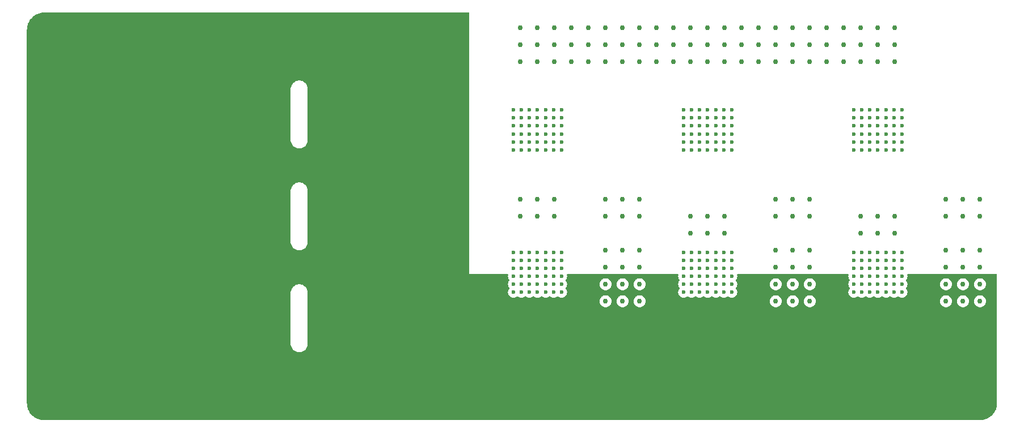
<source format=gbr>
%TF.GenerationSoftware,KiCad,Pcbnew,(7.0.0-0)*%
%TF.CreationDate,2023-06-28T09:11:26-07:00*%
%TF.ProjectId,Power Stage,506f7765-7220-4537-9461-67652e6b6963,rev?*%
%TF.SameCoordinates,Original*%
%TF.FileFunction,Copper,L2,Inr*%
%TF.FilePolarity,Positive*%
%FSLAX46Y46*%
G04 Gerber Fmt 4.6, Leading zero omitted, Abs format (unit mm)*
G04 Created by KiCad (PCBNEW (7.0.0-0)) date 2023-06-28 09:11:26*
%MOMM*%
%LPD*%
G01*
G04 APERTURE LIST*
%TA.AperFunction,ComponentPad*%
%ADD10C,0.600000*%
%TD*%
%TA.AperFunction,ViaPad*%
%ADD11C,0.762000*%
%TD*%
G04 APERTURE END LIST*
D10*
%TO.N,Net-(Q5-S)*%
%TO.C,Q6*%
X229800000Y-106960000D03*
X225000000Y-108160000D03*
X226200000Y-108160000D03*
X229800000Y-109360000D03*
X228600000Y-111760000D03*
X226200000Y-111760000D03*
X231000000Y-108160000D03*
X225000000Y-110560000D03*
X227400000Y-110560000D03*
X228600000Y-106960000D03*
X226200000Y-109360000D03*
X232200000Y-108160000D03*
X231000000Y-112960000D03*
X226200000Y-106960000D03*
X229800000Y-112960000D03*
X226200000Y-112960000D03*
X231000000Y-110560000D03*
X229800000Y-110560000D03*
X231000000Y-106960000D03*
X231000000Y-109360000D03*
X232200000Y-110560000D03*
X229800000Y-108160000D03*
X228600000Y-112960000D03*
X227400000Y-106960000D03*
X225000000Y-112960000D03*
X229800000Y-111760000D03*
X225000000Y-109360000D03*
X231000000Y-111760000D03*
X232200000Y-106960000D03*
X226200000Y-110560000D03*
X227400000Y-109360000D03*
X225000000Y-106960000D03*
X227400000Y-112960000D03*
X228600000Y-108160000D03*
X227400000Y-108160000D03*
X232200000Y-111760000D03*
X227400000Y-111760000D03*
X228600000Y-110560000D03*
X232200000Y-112960000D03*
X228600000Y-109360000D03*
X225000000Y-111760000D03*
X232200000Y-109360000D03*
%TD*%
%TO.N,VS*%
%TO.C,Q5*%
X229800000Y-85668000D03*
X225000000Y-86868000D03*
X226200000Y-86868000D03*
X229800000Y-88068000D03*
X228600000Y-90468000D03*
X226200000Y-90468000D03*
X231000000Y-86868000D03*
X225000000Y-89268000D03*
X227400000Y-89268000D03*
X228600000Y-85668000D03*
X226200000Y-88068000D03*
X232200000Y-86868000D03*
X231000000Y-91668000D03*
X226200000Y-85668000D03*
X229800000Y-91668000D03*
X226200000Y-91668000D03*
X231000000Y-89268000D03*
X229800000Y-89268000D03*
X231000000Y-85668000D03*
X231000000Y-88068000D03*
X232200000Y-89268000D03*
X229800000Y-86868000D03*
X228600000Y-91668000D03*
X227400000Y-85668000D03*
X225000000Y-91668000D03*
X229800000Y-90468000D03*
X225000000Y-88068000D03*
X231000000Y-90468000D03*
X232200000Y-85668000D03*
X226200000Y-89268000D03*
X227400000Y-88068000D03*
X225000000Y-85668000D03*
X227400000Y-91668000D03*
X228600000Y-86868000D03*
X227400000Y-86868000D03*
X232200000Y-90468000D03*
X227400000Y-90468000D03*
X228600000Y-89268000D03*
X232200000Y-91668000D03*
X228600000Y-88068000D03*
X225000000Y-90468000D03*
X232200000Y-88068000D03*
%TD*%
%TO.N,Net-(Q3-S)*%
%TO.C,Q4*%
X204400000Y-106960000D03*
X199600000Y-108160000D03*
X200800000Y-108160000D03*
X204400000Y-109360000D03*
X203200000Y-111760000D03*
X200800000Y-111760000D03*
X205600000Y-108160000D03*
X199600000Y-110560000D03*
X202000000Y-110560000D03*
X203200000Y-106960000D03*
X200800000Y-109360000D03*
X206800000Y-108160000D03*
X205600000Y-112960000D03*
X200800000Y-106960000D03*
X204400000Y-112960000D03*
X200800000Y-112960000D03*
X205600000Y-110560000D03*
X204400000Y-110560000D03*
X205600000Y-106960000D03*
X205600000Y-109360000D03*
X206800000Y-110560000D03*
X204400000Y-108160000D03*
X203200000Y-112960000D03*
X202000000Y-106960000D03*
X199600000Y-112960000D03*
X204400000Y-111760000D03*
X199600000Y-109360000D03*
X205600000Y-111760000D03*
X206800000Y-106960000D03*
X200800000Y-110560000D03*
X202000000Y-109360000D03*
X199600000Y-106960000D03*
X202000000Y-112960000D03*
X203200000Y-108160000D03*
X202000000Y-108160000D03*
X206800000Y-111760000D03*
X202000000Y-111760000D03*
X203200000Y-110560000D03*
X206800000Y-112960000D03*
X203200000Y-109360000D03*
X199600000Y-111760000D03*
X206800000Y-109360000D03*
%TD*%
%TO.N,VS*%
%TO.C,Q3*%
X204400000Y-85668000D03*
X199600000Y-86868000D03*
X200800000Y-86868000D03*
X204400000Y-88068000D03*
X203200000Y-90468000D03*
X200800000Y-90468000D03*
X205600000Y-86868000D03*
X199600000Y-89268000D03*
X202000000Y-89268000D03*
X203200000Y-85668000D03*
X200800000Y-88068000D03*
X206800000Y-86868000D03*
X205600000Y-91668000D03*
X200800000Y-85668000D03*
X204400000Y-91668000D03*
X200800000Y-91668000D03*
X205600000Y-89268000D03*
X204400000Y-89268000D03*
X205600000Y-85668000D03*
X205600000Y-88068000D03*
X206800000Y-89268000D03*
X204400000Y-86868000D03*
X203200000Y-91668000D03*
X202000000Y-85668000D03*
X199600000Y-91668000D03*
X204400000Y-90468000D03*
X199600000Y-88068000D03*
X205600000Y-90468000D03*
X206800000Y-85668000D03*
X200800000Y-89268000D03*
X202000000Y-88068000D03*
X199600000Y-85668000D03*
X202000000Y-91668000D03*
X203200000Y-86868000D03*
X202000000Y-86868000D03*
X206800000Y-90468000D03*
X202000000Y-90468000D03*
X203200000Y-89268000D03*
X206800000Y-91668000D03*
X203200000Y-88068000D03*
X199600000Y-90468000D03*
X206800000Y-88068000D03*
%TD*%
%TO.N,Net-(Q1-S)*%
%TO.C,Q2*%
X179000000Y-106960000D03*
X174200000Y-108160000D03*
X175400000Y-108160000D03*
X179000000Y-109360000D03*
X177800000Y-111760000D03*
X175400000Y-111760000D03*
X180200000Y-108160000D03*
X174200000Y-110560000D03*
X176600000Y-110560000D03*
X177800000Y-106960000D03*
X175400000Y-109360000D03*
X181400000Y-108160000D03*
X180200000Y-112960000D03*
X175400000Y-106960000D03*
X179000000Y-112960000D03*
X175400000Y-112960000D03*
X180200000Y-110560000D03*
X179000000Y-110560000D03*
X180200000Y-106960000D03*
X180200000Y-109360000D03*
X181400000Y-110560000D03*
X179000000Y-108160000D03*
X177800000Y-112960000D03*
X176600000Y-106960000D03*
X174200000Y-112960000D03*
X179000000Y-111760000D03*
X174200000Y-109360000D03*
X180200000Y-111760000D03*
X181400000Y-106960000D03*
X175400000Y-110560000D03*
X176600000Y-109360000D03*
X174200000Y-106960000D03*
X176600000Y-112960000D03*
X177800000Y-108160000D03*
X176600000Y-108160000D03*
X181400000Y-111760000D03*
X176600000Y-111760000D03*
X177800000Y-110560000D03*
X181400000Y-112960000D03*
X177800000Y-109360000D03*
X174200000Y-111760000D03*
X181400000Y-109360000D03*
%TD*%
%TO.N,VS*%
%TO.C,Q1*%
X179000000Y-85668000D03*
X174200000Y-86868000D03*
X175400000Y-86868000D03*
X179000000Y-88068000D03*
X177800000Y-90468000D03*
X175400000Y-90468000D03*
X180200000Y-86868000D03*
X174200000Y-89268000D03*
X176600000Y-89268000D03*
X177800000Y-85668000D03*
X175400000Y-88068000D03*
X181400000Y-86868000D03*
X180200000Y-91668000D03*
X175400000Y-85668000D03*
X179000000Y-91668000D03*
X175400000Y-91668000D03*
X180200000Y-89268000D03*
X179000000Y-89268000D03*
X180200000Y-85668000D03*
X180200000Y-88068000D03*
X181400000Y-89268000D03*
X179000000Y-86868000D03*
X177800000Y-91668000D03*
X176600000Y-85668000D03*
X174200000Y-91668000D03*
X179000000Y-90468000D03*
X174200000Y-88068000D03*
X180200000Y-90468000D03*
X181400000Y-85668000D03*
X175400000Y-89268000D03*
X176600000Y-88068000D03*
X174200000Y-85668000D03*
X176600000Y-91668000D03*
X177800000Y-86868000D03*
X176600000Y-86868000D03*
X181400000Y-90468000D03*
X176600000Y-90468000D03*
X177800000Y-89268000D03*
X181400000Y-91668000D03*
X177800000Y-88068000D03*
X174200000Y-90468000D03*
X181400000Y-88068000D03*
%TD*%
D11*
%TO.N,Net-(Q1-S)*%
X177800000Y-99060000D03*
X180340000Y-101600000D03*
X177800000Y-101600000D03*
X175260000Y-99060000D03*
X180340000Y-99060000D03*
X175260000Y-101600000D03*
%TO.N,Net-(Q3-S)*%
X203200000Y-104140000D03*
X205740000Y-104140000D03*
X205740000Y-101600000D03*
X200660000Y-104140000D03*
X200660000Y-101600000D03*
X203200000Y-101600000D03*
%TO.N,Net-(Q5-S)*%
X226060000Y-101600000D03*
X226060000Y-104140000D03*
X231140000Y-101600000D03*
X231140000Y-104140000D03*
X228600000Y-104140000D03*
X228600000Y-101600000D03*
%TO.N,/W_OUT*%
X238760000Y-99060000D03*
X238760000Y-101600000D03*
%TO.N,/V_OUT*%
X213360000Y-99060000D03*
X213360000Y-101600000D03*
%TO.N,/U_OUT*%
X187960000Y-99060000D03*
X187960000Y-101600000D03*
%TO.N,VS*%
X187960000Y-78486000D03*
X175260000Y-73406000D03*
X228600000Y-75946000D03*
X185420000Y-78486000D03*
X180340000Y-75946000D03*
X187960000Y-73406000D03*
X185420000Y-73406000D03*
X228600000Y-73406000D03*
X231140000Y-73406000D03*
X231140000Y-78486000D03*
X231140000Y-75946000D03*
X228600000Y-78486000D03*
X193040000Y-75946000D03*
X198120000Y-75946000D03*
X190500000Y-75946000D03*
X180340000Y-78486000D03*
X195580000Y-78486000D03*
X193040000Y-73406000D03*
X193040000Y-78486000D03*
X177800000Y-73406000D03*
X177800000Y-78486000D03*
X177800000Y-75946000D03*
X198120000Y-78486000D03*
X180340000Y-73406000D03*
X195580000Y-73406000D03*
X190500000Y-78486000D03*
X223520000Y-73406000D03*
X190500000Y-73406000D03*
X175260000Y-78486000D03*
X220980000Y-78486000D03*
X220980000Y-73406000D03*
X223520000Y-78486000D03*
X220980000Y-75946000D03*
X218440000Y-75946000D03*
X208280000Y-73406000D03*
X205740000Y-73406000D03*
X210820000Y-75946000D03*
X218440000Y-78486000D03*
X215900000Y-73406000D03*
X210820000Y-73406000D03*
X210820000Y-78486000D03*
X208280000Y-75946000D03*
X208280000Y-78486000D03*
X205740000Y-75946000D03*
X213360000Y-73406000D03*
X205740000Y-78486000D03*
X215900000Y-75946000D03*
X215900000Y-78486000D03*
X218440000Y-73406000D03*
X213360000Y-78486000D03*
X213360000Y-75946000D03*
X226060000Y-75946000D03*
X175260000Y-75946000D03*
X187960000Y-75946000D03*
X182880000Y-75946000D03*
X226060000Y-78486000D03*
X223520000Y-75946000D03*
X198120000Y-73406000D03*
X203200000Y-75946000D03*
X203200000Y-78486000D03*
X200660000Y-73406000D03*
X200660000Y-78486000D03*
X200660000Y-75946000D03*
X203200000Y-73406000D03*
X185420000Y-75946000D03*
X182880000Y-78486000D03*
X182880000Y-73406000D03*
X195580000Y-75946000D03*
X226060000Y-73406000D03*
%TO.N,GND*%
X228600000Y-124460000D03*
X231140000Y-124460000D03*
X231140000Y-129540000D03*
X231140000Y-127000000D03*
X228600000Y-129540000D03*
X228600000Y-127000000D03*
X220980000Y-124460000D03*
X226060000Y-127000000D03*
X226060000Y-129540000D03*
X223520000Y-124460000D03*
X223520000Y-129540000D03*
X223520000Y-127000000D03*
X226060000Y-124460000D03*
X220980000Y-129540000D03*
X220980000Y-127000000D03*
X213360000Y-124460000D03*
X218440000Y-127000000D03*
X218440000Y-129540000D03*
X215900000Y-124460000D03*
X215900000Y-129540000D03*
X215900000Y-127000000D03*
X218440000Y-124460000D03*
X213360000Y-129540000D03*
X213360000Y-127000000D03*
X205740000Y-124460000D03*
X210820000Y-127000000D03*
X210820000Y-129540000D03*
X208280000Y-124460000D03*
X208280000Y-129540000D03*
X208280000Y-127000000D03*
X210820000Y-124460000D03*
X205740000Y-129540000D03*
X205740000Y-127000000D03*
X198120000Y-124460000D03*
X203200000Y-127000000D03*
X203200000Y-129540000D03*
X200660000Y-124460000D03*
X200660000Y-129540000D03*
X200660000Y-127000000D03*
X203200000Y-124460000D03*
X198120000Y-129540000D03*
X198120000Y-127000000D03*
X190500000Y-124460000D03*
X195580000Y-127000000D03*
X195580000Y-129540000D03*
X193040000Y-124460000D03*
X193040000Y-129540000D03*
X193040000Y-127000000D03*
X195580000Y-124460000D03*
X190500000Y-129540000D03*
X190500000Y-127000000D03*
X182880000Y-124460000D03*
X187960000Y-127000000D03*
X187960000Y-129540000D03*
X185420000Y-124460000D03*
X185420000Y-129540000D03*
X185420000Y-127000000D03*
X187960000Y-124460000D03*
X182880000Y-129540000D03*
X182880000Y-127000000D03*
X180340000Y-124460000D03*
X180340000Y-129540000D03*
X180340000Y-127000000D03*
X177800000Y-124460000D03*
X177800000Y-129540000D03*
X177800000Y-127000000D03*
X175260000Y-124460000D03*
X175260000Y-127000000D03*
X175260000Y-129540000D03*
%TO.N,/W_OUT*%
X241300000Y-111760000D03*
X238760000Y-109220000D03*
X241300000Y-109220000D03*
X238760000Y-106680000D03*
X243840000Y-101600000D03*
X243840000Y-106680000D03*
X243840000Y-114300000D03*
X243840000Y-99060000D03*
X238760000Y-111760000D03*
X241300000Y-106680000D03*
X238760000Y-114300000D03*
X243840000Y-109220000D03*
X241300000Y-114300000D03*
X243840000Y-111760000D03*
X241300000Y-99060000D03*
X241300000Y-101600000D03*
%TO.N,/V_OUT*%
X215900000Y-99060000D03*
X213360000Y-109220000D03*
X218440000Y-101600000D03*
X215900000Y-101600000D03*
X215900000Y-114300000D03*
X218440000Y-106680000D03*
X213360000Y-106680000D03*
X218440000Y-111760000D03*
X218440000Y-114300000D03*
X218440000Y-99060000D03*
X215900000Y-111760000D03*
X215900000Y-109220000D03*
X215900000Y-106680000D03*
X213360000Y-114300000D03*
X213360000Y-111760000D03*
X218440000Y-109220000D03*
%TO.N,/U_OUT*%
X193040000Y-99060000D03*
X190500000Y-99060000D03*
X193040000Y-101600000D03*
X190500000Y-101600000D03*
X193040000Y-106680000D03*
X190500000Y-106680000D03*
X187960000Y-106680000D03*
X193040000Y-109220000D03*
X190500000Y-109220000D03*
X187960000Y-109220000D03*
X187960000Y-111760000D03*
X190500000Y-111760000D03*
X193040000Y-111760000D03*
X193040000Y-114300000D03*
X190500000Y-114300000D03*
X187960000Y-114300000D03*
%TD*%
%TA.AperFunction,Conductor*%
%TO.N,GND*%
G36*
X167578000Y-71137113D02*
G01*
X167623387Y-71182500D01*
X167640000Y-71244500D01*
X167640000Y-110236000D01*
X173292978Y-110236000D01*
X173346779Y-110248279D01*
X173389924Y-110282686D01*
X173413868Y-110332405D01*
X173413869Y-110380659D01*
X173414632Y-110380745D01*
X173413869Y-110387508D01*
X173413869Y-110387515D01*
X173413853Y-110387658D01*
X173413851Y-110387667D01*
X173395215Y-110553077D01*
X173394435Y-110560000D01*
X173414632Y-110739255D01*
X173416928Y-110745819D01*
X173416930Y-110745824D01*
X173463829Y-110879852D01*
X173474211Y-110909522D01*
X173570184Y-111062262D01*
X173575112Y-111067190D01*
X173580241Y-111072319D01*
X173612335Y-111127906D01*
X173612335Y-111192094D01*
X173580241Y-111247681D01*
X173575112Y-111252809D01*
X173575108Y-111252813D01*
X173570184Y-111257738D01*
X173566479Y-111263633D01*
X173566476Y-111263638D01*
X173477912Y-111404587D01*
X173477910Y-111404590D01*
X173474211Y-111410478D01*
X173471915Y-111417036D01*
X173471913Y-111417043D01*
X173416930Y-111574175D01*
X173416928Y-111574182D01*
X173414632Y-111580745D01*
X173394435Y-111760000D01*
X173414632Y-111939255D01*
X173416928Y-111945819D01*
X173416930Y-111945824D01*
X173471913Y-112102956D01*
X173474211Y-112109522D01*
X173570184Y-112262262D01*
X173575112Y-112267189D01*
X173575112Y-112267190D01*
X173580241Y-112272319D01*
X173612335Y-112327906D01*
X173612335Y-112392094D01*
X173580241Y-112447681D01*
X173575112Y-112452809D01*
X173575108Y-112452813D01*
X173570184Y-112457738D01*
X173566479Y-112463633D01*
X173566476Y-112463638D01*
X173477912Y-112604587D01*
X173477910Y-112604590D01*
X173474211Y-112610478D01*
X173471915Y-112617036D01*
X173471913Y-112617043D01*
X173416930Y-112774175D01*
X173416928Y-112774182D01*
X173414632Y-112780745D01*
X173413852Y-112787662D01*
X173413852Y-112787665D01*
X173395215Y-112953077D01*
X173394435Y-112960000D01*
X173414632Y-113139255D01*
X173416928Y-113145819D01*
X173416930Y-113145824D01*
X173471913Y-113302956D01*
X173474211Y-113309522D01*
X173570184Y-113462262D01*
X173697738Y-113589816D01*
X173850478Y-113685789D01*
X174020745Y-113745368D01*
X174200000Y-113765565D01*
X174379255Y-113745368D01*
X174549522Y-113685789D01*
X174702262Y-113589816D01*
X174712319Y-113579758D01*
X174767906Y-113547665D01*
X174832094Y-113547665D01*
X174887681Y-113579759D01*
X174897738Y-113589816D01*
X175050478Y-113685789D01*
X175220745Y-113745368D01*
X175400000Y-113765565D01*
X175579255Y-113745368D01*
X175749522Y-113685789D01*
X175902262Y-113589816D01*
X175912319Y-113579758D01*
X175967906Y-113547665D01*
X176032094Y-113547665D01*
X176087681Y-113579759D01*
X176097738Y-113589816D01*
X176250478Y-113685789D01*
X176420745Y-113745368D01*
X176600000Y-113765565D01*
X176779255Y-113745368D01*
X176949522Y-113685789D01*
X177102262Y-113589816D01*
X177112319Y-113579758D01*
X177167906Y-113547665D01*
X177232094Y-113547665D01*
X177287681Y-113579759D01*
X177297738Y-113589816D01*
X177450478Y-113685789D01*
X177620745Y-113745368D01*
X177800000Y-113765565D01*
X177979255Y-113745368D01*
X178149522Y-113685789D01*
X178302262Y-113589816D01*
X178312319Y-113579758D01*
X178367906Y-113547665D01*
X178432094Y-113547665D01*
X178487681Y-113579759D01*
X178497738Y-113589816D01*
X178650478Y-113685789D01*
X178820745Y-113745368D01*
X179000000Y-113765565D01*
X179179255Y-113745368D01*
X179349522Y-113685789D01*
X179502262Y-113589816D01*
X179512319Y-113579758D01*
X179567906Y-113547665D01*
X179632094Y-113547665D01*
X179687681Y-113579759D01*
X179697738Y-113589816D01*
X179850478Y-113685789D01*
X180020745Y-113745368D01*
X180200000Y-113765565D01*
X180379255Y-113745368D01*
X180549522Y-113685789D01*
X180702262Y-113589816D01*
X180712319Y-113579758D01*
X180767906Y-113547665D01*
X180832094Y-113547665D01*
X180887681Y-113579759D01*
X180897738Y-113589816D01*
X181050478Y-113685789D01*
X181220745Y-113745368D01*
X181400000Y-113765565D01*
X181579255Y-113745368D01*
X181749522Y-113685789D01*
X181902262Y-113589816D01*
X182029816Y-113462262D01*
X182125789Y-113309522D01*
X182185368Y-113139255D01*
X182205565Y-112960000D01*
X182185368Y-112780745D01*
X182125789Y-112610478D01*
X182029816Y-112457738D01*
X182019759Y-112447680D01*
X181987665Y-112392094D01*
X181987665Y-112327906D01*
X182019759Y-112272319D01*
X182019759Y-112272318D01*
X182029816Y-112262262D01*
X182125789Y-112109522D01*
X182185368Y-111939255D01*
X182205565Y-111760000D01*
X187073644Y-111760000D01*
X187093013Y-111944284D01*
X187150274Y-112120513D01*
X187153521Y-112126138D01*
X187153523Y-112126141D01*
X187239674Y-112275360D01*
X187242923Y-112280987D01*
X187366912Y-112418691D01*
X187516822Y-112527607D01*
X187522757Y-112530249D01*
X187522758Y-112530250D01*
X187669803Y-112595718D01*
X187686101Y-112602975D01*
X187867351Y-112641500D01*
X188046145Y-112641500D01*
X188052649Y-112641500D01*
X188233899Y-112602975D01*
X188403178Y-112527607D01*
X188553088Y-112418691D01*
X188677077Y-112280987D01*
X188769726Y-112120513D01*
X188826987Y-111944284D01*
X188846356Y-111760000D01*
X189613644Y-111760000D01*
X189633013Y-111944284D01*
X189690274Y-112120513D01*
X189693521Y-112126138D01*
X189693523Y-112126141D01*
X189779674Y-112275360D01*
X189782923Y-112280987D01*
X189906912Y-112418691D01*
X190056822Y-112527607D01*
X190062757Y-112530249D01*
X190062758Y-112530250D01*
X190209803Y-112595718D01*
X190226101Y-112602975D01*
X190407351Y-112641500D01*
X190586145Y-112641500D01*
X190592649Y-112641500D01*
X190773899Y-112602975D01*
X190943178Y-112527607D01*
X191093088Y-112418691D01*
X191217077Y-112280987D01*
X191309726Y-112120513D01*
X191366987Y-111944284D01*
X191386356Y-111760000D01*
X192153644Y-111760000D01*
X192173013Y-111944284D01*
X192230274Y-112120513D01*
X192233521Y-112126138D01*
X192233523Y-112126141D01*
X192319674Y-112275360D01*
X192322923Y-112280987D01*
X192446912Y-112418691D01*
X192596822Y-112527607D01*
X192602757Y-112530249D01*
X192602758Y-112530250D01*
X192749803Y-112595718D01*
X192766101Y-112602975D01*
X192947351Y-112641500D01*
X193126145Y-112641500D01*
X193132649Y-112641500D01*
X193313899Y-112602975D01*
X193483178Y-112527607D01*
X193633088Y-112418691D01*
X193757077Y-112280987D01*
X193849726Y-112120513D01*
X193906987Y-111944284D01*
X193926356Y-111760000D01*
X193906987Y-111575716D01*
X193849726Y-111399487D01*
X193757077Y-111239013D01*
X193633088Y-111101309D01*
X193627830Y-111097488D01*
X193627828Y-111097487D01*
X193488436Y-110996213D01*
X193488434Y-110996212D01*
X193483178Y-110992393D01*
X193477246Y-110989751D01*
X193477241Y-110989749D01*
X193319832Y-110919666D01*
X193319827Y-110919664D01*
X193313899Y-110917025D01*
X193307549Y-110915675D01*
X193307542Y-110915673D01*
X193139012Y-110879852D01*
X193139007Y-110879851D01*
X193132649Y-110878500D01*
X192947351Y-110878500D01*
X192940993Y-110879851D01*
X192940987Y-110879852D01*
X192772457Y-110915673D01*
X192772447Y-110915675D01*
X192766101Y-110917025D01*
X192760175Y-110919663D01*
X192760167Y-110919666D01*
X192602758Y-110989749D01*
X192602749Y-110989753D01*
X192596822Y-110992393D01*
X192591568Y-110996209D01*
X192591563Y-110996213D01*
X192452171Y-111097487D01*
X192452164Y-111097492D01*
X192446912Y-111101309D01*
X192442567Y-111106133D01*
X192442562Y-111106139D01*
X192394066Y-111160000D01*
X192322923Y-111239013D01*
X192319678Y-111244633D01*
X192319674Y-111244639D01*
X192233523Y-111393858D01*
X192233520Y-111393864D01*
X192230274Y-111399487D01*
X192228267Y-111405663D01*
X192228266Y-111405666D01*
X192224570Y-111417043D01*
X192173013Y-111575716D01*
X192153644Y-111760000D01*
X191386356Y-111760000D01*
X191366987Y-111575716D01*
X191309726Y-111399487D01*
X191217077Y-111239013D01*
X191093088Y-111101309D01*
X191087830Y-111097488D01*
X191087828Y-111097487D01*
X190948436Y-110996213D01*
X190948434Y-110996212D01*
X190943178Y-110992393D01*
X190937246Y-110989751D01*
X190937241Y-110989749D01*
X190779832Y-110919666D01*
X190779827Y-110919664D01*
X190773899Y-110917025D01*
X190767549Y-110915675D01*
X190767542Y-110915673D01*
X190599012Y-110879852D01*
X190599007Y-110879851D01*
X190592649Y-110878500D01*
X190407351Y-110878500D01*
X190400993Y-110879851D01*
X190400987Y-110879852D01*
X190232457Y-110915673D01*
X190232447Y-110915675D01*
X190226101Y-110917025D01*
X190220175Y-110919663D01*
X190220167Y-110919666D01*
X190062758Y-110989749D01*
X190062749Y-110989753D01*
X190056822Y-110992393D01*
X190051568Y-110996209D01*
X190051563Y-110996213D01*
X189912171Y-111097487D01*
X189912164Y-111097492D01*
X189906912Y-111101309D01*
X189902567Y-111106133D01*
X189902562Y-111106139D01*
X189854066Y-111160000D01*
X189782923Y-111239013D01*
X189779678Y-111244633D01*
X189779674Y-111244639D01*
X189693523Y-111393858D01*
X189693520Y-111393864D01*
X189690274Y-111399487D01*
X189688267Y-111405663D01*
X189688266Y-111405666D01*
X189684570Y-111417043D01*
X189633013Y-111575716D01*
X189613644Y-111760000D01*
X188846356Y-111760000D01*
X188826987Y-111575716D01*
X188769726Y-111399487D01*
X188677077Y-111239013D01*
X188553088Y-111101309D01*
X188547830Y-111097488D01*
X188547828Y-111097487D01*
X188408436Y-110996213D01*
X188408434Y-110996212D01*
X188403178Y-110992393D01*
X188397246Y-110989751D01*
X188397241Y-110989749D01*
X188239832Y-110919666D01*
X188239827Y-110919664D01*
X188233899Y-110917025D01*
X188227549Y-110915675D01*
X188227542Y-110915673D01*
X188059012Y-110879852D01*
X188059007Y-110879851D01*
X188052649Y-110878500D01*
X187867351Y-110878500D01*
X187860993Y-110879851D01*
X187860987Y-110879852D01*
X187692457Y-110915673D01*
X187692447Y-110915675D01*
X187686101Y-110917025D01*
X187680175Y-110919663D01*
X187680167Y-110919666D01*
X187522758Y-110989749D01*
X187522749Y-110989753D01*
X187516822Y-110992393D01*
X187511568Y-110996209D01*
X187511563Y-110996213D01*
X187372171Y-111097487D01*
X187372164Y-111097492D01*
X187366912Y-111101309D01*
X187362567Y-111106133D01*
X187362562Y-111106139D01*
X187314066Y-111160000D01*
X187242923Y-111239013D01*
X187239678Y-111244633D01*
X187239674Y-111244639D01*
X187153523Y-111393858D01*
X187153520Y-111393864D01*
X187150274Y-111399487D01*
X187148267Y-111405663D01*
X187148266Y-111405666D01*
X187144570Y-111417043D01*
X187093013Y-111575716D01*
X187073644Y-111760000D01*
X182205565Y-111760000D01*
X182185368Y-111580745D01*
X182125789Y-111410478D01*
X182029816Y-111257738D01*
X182019759Y-111247681D01*
X181987665Y-111192094D01*
X181987665Y-111127906D01*
X182019759Y-111072319D01*
X182019758Y-111072319D01*
X182029816Y-111062262D01*
X182125789Y-110909522D01*
X182185368Y-110739255D01*
X182205565Y-110560000D01*
X182185368Y-110380745D01*
X182185368Y-110380744D01*
X182186130Y-110380659D01*
X182186132Y-110332405D01*
X182210076Y-110282686D01*
X182253221Y-110248279D01*
X182307022Y-110236000D01*
X198692978Y-110236000D01*
X198746779Y-110248279D01*
X198789924Y-110282686D01*
X198813868Y-110332405D01*
X198813869Y-110380659D01*
X198814632Y-110380745D01*
X198813869Y-110387508D01*
X198813869Y-110387515D01*
X198813853Y-110387658D01*
X198813851Y-110387667D01*
X198795215Y-110553077D01*
X198794435Y-110560000D01*
X198814632Y-110739255D01*
X198816928Y-110745819D01*
X198816930Y-110745824D01*
X198863829Y-110879852D01*
X198874211Y-110909522D01*
X198970184Y-111062262D01*
X198975112Y-111067190D01*
X198980241Y-111072319D01*
X199012335Y-111127906D01*
X199012335Y-111192094D01*
X198980241Y-111247681D01*
X198975112Y-111252809D01*
X198975108Y-111252813D01*
X198970184Y-111257738D01*
X198966479Y-111263633D01*
X198966476Y-111263638D01*
X198877912Y-111404587D01*
X198877910Y-111404590D01*
X198874211Y-111410478D01*
X198871915Y-111417036D01*
X198871913Y-111417043D01*
X198816930Y-111574175D01*
X198816928Y-111574182D01*
X198814632Y-111580745D01*
X198794435Y-111760000D01*
X198814632Y-111939255D01*
X198816928Y-111945819D01*
X198816930Y-111945824D01*
X198871913Y-112102956D01*
X198874211Y-112109522D01*
X198970184Y-112262262D01*
X198975112Y-112267189D01*
X198975112Y-112267190D01*
X198980241Y-112272319D01*
X199012335Y-112327906D01*
X199012335Y-112392094D01*
X198980241Y-112447681D01*
X198975112Y-112452809D01*
X198975108Y-112452813D01*
X198970184Y-112457738D01*
X198966479Y-112463633D01*
X198966476Y-112463638D01*
X198877912Y-112604587D01*
X198877910Y-112604590D01*
X198874211Y-112610478D01*
X198871915Y-112617036D01*
X198871913Y-112617043D01*
X198816930Y-112774175D01*
X198816928Y-112774182D01*
X198814632Y-112780745D01*
X198813852Y-112787662D01*
X198813852Y-112787665D01*
X198795215Y-112953077D01*
X198794435Y-112960000D01*
X198814632Y-113139255D01*
X198816928Y-113145819D01*
X198816930Y-113145824D01*
X198871913Y-113302956D01*
X198874211Y-113309522D01*
X198970184Y-113462262D01*
X199097738Y-113589816D01*
X199250478Y-113685789D01*
X199420745Y-113745368D01*
X199600000Y-113765565D01*
X199779255Y-113745368D01*
X199949522Y-113685789D01*
X200102262Y-113589816D01*
X200112319Y-113579758D01*
X200167906Y-113547665D01*
X200232094Y-113547665D01*
X200287681Y-113579759D01*
X200297738Y-113589816D01*
X200450478Y-113685789D01*
X200620745Y-113745368D01*
X200800000Y-113765565D01*
X200979255Y-113745368D01*
X201149522Y-113685789D01*
X201302262Y-113589816D01*
X201312319Y-113579758D01*
X201367906Y-113547665D01*
X201432094Y-113547665D01*
X201487681Y-113579759D01*
X201497738Y-113589816D01*
X201650478Y-113685789D01*
X201820745Y-113745368D01*
X202000000Y-113765565D01*
X202179255Y-113745368D01*
X202349522Y-113685789D01*
X202502262Y-113589816D01*
X202512319Y-113579758D01*
X202567906Y-113547665D01*
X202632094Y-113547665D01*
X202687681Y-113579759D01*
X202697738Y-113589816D01*
X202850478Y-113685789D01*
X203020745Y-113745368D01*
X203200000Y-113765565D01*
X203379255Y-113745368D01*
X203549522Y-113685789D01*
X203702262Y-113589816D01*
X203712319Y-113579758D01*
X203767906Y-113547665D01*
X203832094Y-113547665D01*
X203887681Y-113579759D01*
X203897738Y-113589816D01*
X204050478Y-113685789D01*
X204220745Y-113745368D01*
X204400000Y-113765565D01*
X204579255Y-113745368D01*
X204749522Y-113685789D01*
X204902262Y-113589816D01*
X204912319Y-113579758D01*
X204967906Y-113547665D01*
X205032094Y-113547665D01*
X205087681Y-113579759D01*
X205097738Y-113589816D01*
X205250478Y-113685789D01*
X205420745Y-113745368D01*
X205600000Y-113765565D01*
X205779255Y-113745368D01*
X205949522Y-113685789D01*
X206102262Y-113589816D01*
X206112319Y-113579758D01*
X206167906Y-113547665D01*
X206232094Y-113547665D01*
X206287681Y-113579759D01*
X206297738Y-113589816D01*
X206450478Y-113685789D01*
X206620745Y-113745368D01*
X206800000Y-113765565D01*
X206979255Y-113745368D01*
X207149522Y-113685789D01*
X207302262Y-113589816D01*
X207429816Y-113462262D01*
X207525789Y-113309522D01*
X207585368Y-113139255D01*
X207605565Y-112960000D01*
X207585368Y-112780745D01*
X207525789Y-112610478D01*
X207429816Y-112457738D01*
X207419759Y-112447680D01*
X207387665Y-112392094D01*
X207387665Y-112327906D01*
X207419759Y-112272319D01*
X207419759Y-112272318D01*
X207429816Y-112262262D01*
X207525789Y-112109522D01*
X207585368Y-111939255D01*
X207605565Y-111760000D01*
X212473644Y-111760000D01*
X212493013Y-111944284D01*
X212550274Y-112120513D01*
X212553521Y-112126138D01*
X212553523Y-112126141D01*
X212639674Y-112275360D01*
X212642923Y-112280987D01*
X212766912Y-112418691D01*
X212916822Y-112527607D01*
X212922757Y-112530249D01*
X212922758Y-112530250D01*
X213069803Y-112595718D01*
X213086101Y-112602975D01*
X213267351Y-112641500D01*
X213446145Y-112641500D01*
X213452649Y-112641500D01*
X213633899Y-112602975D01*
X213803178Y-112527607D01*
X213953088Y-112418691D01*
X214077077Y-112280987D01*
X214169726Y-112120513D01*
X214226987Y-111944284D01*
X214246356Y-111760000D01*
X215013644Y-111760000D01*
X215033013Y-111944284D01*
X215090274Y-112120513D01*
X215093521Y-112126138D01*
X215093523Y-112126141D01*
X215179674Y-112275360D01*
X215182923Y-112280987D01*
X215306912Y-112418691D01*
X215456822Y-112527607D01*
X215462757Y-112530249D01*
X215462758Y-112530250D01*
X215609803Y-112595718D01*
X215626101Y-112602975D01*
X215807351Y-112641500D01*
X215986145Y-112641500D01*
X215992649Y-112641500D01*
X216173899Y-112602975D01*
X216343178Y-112527607D01*
X216493088Y-112418691D01*
X216617077Y-112280987D01*
X216709726Y-112120513D01*
X216766987Y-111944284D01*
X216786356Y-111760000D01*
X217553644Y-111760000D01*
X217573013Y-111944284D01*
X217630274Y-112120513D01*
X217633521Y-112126138D01*
X217633523Y-112126141D01*
X217719674Y-112275360D01*
X217722923Y-112280987D01*
X217846912Y-112418691D01*
X217996822Y-112527607D01*
X218002757Y-112530249D01*
X218002758Y-112530250D01*
X218149803Y-112595718D01*
X218166101Y-112602975D01*
X218347351Y-112641500D01*
X218526145Y-112641500D01*
X218532649Y-112641500D01*
X218713899Y-112602975D01*
X218883178Y-112527607D01*
X219033088Y-112418691D01*
X219157077Y-112280987D01*
X219249726Y-112120513D01*
X219306987Y-111944284D01*
X219326356Y-111760000D01*
X219306987Y-111575716D01*
X219249726Y-111399487D01*
X219157077Y-111239013D01*
X219033088Y-111101309D01*
X219027830Y-111097488D01*
X219027828Y-111097487D01*
X218888436Y-110996213D01*
X218888434Y-110996212D01*
X218883178Y-110992393D01*
X218877246Y-110989751D01*
X218877241Y-110989749D01*
X218719832Y-110919666D01*
X218719827Y-110919664D01*
X218713899Y-110917025D01*
X218707549Y-110915675D01*
X218707542Y-110915673D01*
X218539012Y-110879852D01*
X218539007Y-110879851D01*
X218532649Y-110878500D01*
X218347351Y-110878500D01*
X218340993Y-110879851D01*
X218340987Y-110879852D01*
X218172457Y-110915673D01*
X218172447Y-110915675D01*
X218166101Y-110917025D01*
X218160175Y-110919663D01*
X218160167Y-110919666D01*
X218002758Y-110989749D01*
X218002749Y-110989753D01*
X217996822Y-110992393D01*
X217991568Y-110996209D01*
X217991563Y-110996213D01*
X217852171Y-111097487D01*
X217852164Y-111097492D01*
X217846912Y-111101309D01*
X217842567Y-111106133D01*
X217842562Y-111106139D01*
X217794066Y-111160000D01*
X217722923Y-111239013D01*
X217719678Y-111244633D01*
X217719674Y-111244639D01*
X217633523Y-111393858D01*
X217633520Y-111393864D01*
X217630274Y-111399487D01*
X217628267Y-111405663D01*
X217628266Y-111405666D01*
X217624570Y-111417043D01*
X217573013Y-111575716D01*
X217553644Y-111760000D01*
X216786356Y-111760000D01*
X216766987Y-111575716D01*
X216709726Y-111399487D01*
X216617077Y-111239013D01*
X216493088Y-111101309D01*
X216487830Y-111097488D01*
X216487828Y-111097487D01*
X216348436Y-110996213D01*
X216348434Y-110996212D01*
X216343178Y-110992393D01*
X216337246Y-110989751D01*
X216337241Y-110989749D01*
X216179832Y-110919666D01*
X216179827Y-110919664D01*
X216173899Y-110917025D01*
X216167549Y-110915675D01*
X216167542Y-110915673D01*
X215999012Y-110879852D01*
X215999007Y-110879851D01*
X215992649Y-110878500D01*
X215807351Y-110878500D01*
X215800993Y-110879851D01*
X215800987Y-110879852D01*
X215632457Y-110915673D01*
X215632447Y-110915675D01*
X215626101Y-110917025D01*
X215620175Y-110919663D01*
X215620167Y-110919666D01*
X215462758Y-110989749D01*
X215462749Y-110989753D01*
X215456822Y-110992393D01*
X215451568Y-110996209D01*
X215451563Y-110996213D01*
X215312171Y-111097487D01*
X215312164Y-111097492D01*
X215306912Y-111101309D01*
X215302567Y-111106133D01*
X215302562Y-111106139D01*
X215254066Y-111160000D01*
X215182923Y-111239013D01*
X215179678Y-111244633D01*
X215179674Y-111244639D01*
X215093523Y-111393858D01*
X215093520Y-111393864D01*
X215090274Y-111399487D01*
X215088267Y-111405663D01*
X215088266Y-111405666D01*
X215084570Y-111417043D01*
X215033013Y-111575716D01*
X215013644Y-111760000D01*
X214246356Y-111760000D01*
X214226987Y-111575716D01*
X214169726Y-111399487D01*
X214077077Y-111239013D01*
X213953088Y-111101309D01*
X213947830Y-111097488D01*
X213947828Y-111097487D01*
X213808436Y-110996213D01*
X213808434Y-110996212D01*
X213803178Y-110992393D01*
X213797246Y-110989751D01*
X213797241Y-110989749D01*
X213639832Y-110919666D01*
X213639827Y-110919664D01*
X213633899Y-110917025D01*
X213627549Y-110915675D01*
X213627542Y-110915673D01*
X213459012Y-110879852D01*
X213459007Y-110879851D01*
X213452649Y-110878500D01*
X213267351Y-110878500D01*
X213260993Y-110879851D01*
X213260987Y-110879852D01*
X213092457Y-110915673D01*
X213092447Y-110915675D01*
X213086101Y-110917025D01*
X213080175Y-110919663D01*
X213080167Y-110919666D01*
X212922758Y-110989749D01*
X212922749Y-110989753D01*
X212916822Y-110992393D01*
X212911568Y-110996209D01*
X212911563Y-110996213D01*
X212772171Y-111097487D01*
X212772164Y-111097492D01*
X212766912Y-111101309D01*
X212762567Y-111106133D01*
X212762562Y-111106139D01*
X212714066Y-111160000D01*
X212642923Y-111239013D01*
X212639678Y-111244633D01*
X212639674Y-111244639D01*
X212553523Y-111393858D01*
X212553520Y-111393864D01*
X212550274Y-111399487D01*
X212548267Y-111405663D01*
X212548266Y-111405666D01*
X212544570Y-111417043D01*
X212493013Y-111575716D01*
X212473644Y-111760000D01*
X207605565Y-111760000D01*
X207585368Y-111580745D01*
X207525789Y-111410478D01*
X207429816Y-111257738D01*
X207419759Y-111247681D01*
X207387665Y-111192094D01*
X207387665Y-111127906D01*
X207419759Y-111072319D01*
X207419758Y-111072319D01*
X207429816Y-111062262D01*
X207525789Y-110909522D01*
X207585368Y-110739255D01*
X207605565Y-110560000D01*
X207585368Y-110380745D01*
X207585368Y-110380744D01*
X207586130Y-110380659D01*
X207586132Y-110332405D01*
X207610076Y-110282686D01*
X207653221Y-110248279D01*
X207707022Y-110236000D01*
X224092978Y-110236000D01*
X224146779Y-110248279D01*
X224189924Y-110282686D01*
X224213868Y-110332405D01*
X224213869Y-110380659D01*
X224214632Y-110380745D01*
X224213869Y-110387508D01*
X224213869Y-110387515D01*
X224213853Y-110387658D01*
X224213851Y-110387667D01*
X224195215Y-110553077D01*
X224194435Y-110560000D01*
X224214632Y-110739255D01*
X224216928Y-110745819D01*
X224216930Y-110745824D01*
X224263829Y-110879852D01*
X224274211Y-110909522D01*
X224370184Y-111062262D01*
X224375112Y-111067190D01*
X224380241Y-111072319D01*
X224412335Y-111127906D01*
X224412335Y-111192094D01*
X224380241Y-111247681D01*
X224375112Y-111252809D01*
X224375108Y-111252813D01*
X224370184Y-111257738D01*
X224366479Y-111263633D01*
X224366476Y-111263638D01*
X224277912Y-111404587D01*
X224277910Y-111404590D01*
X224274211Y-111410478D01*
X224271915Y-111417036D01*
X224271913Y-111417043D01*
X224216930Y-111574175D01*
X224216928Y-111574182D01*
X224214632Y-111580745D01*
X224194435Y-111760000D01*
X224214632Y-111939255D01*
X224216928Y-111945819D01*
X224216930Y-111945824D01*
X224271913Y-112102956D01*
X224274211Y-112109522D01*
X224370184Y-112262262D01*
X224375112Y-112267190D01*
X224380241Y-112272319D01*
X224412335Y-112327906D01*
X224412335Y-112392094D01*
X224380241Y-112447681D01*
X224375112Y-112452809D01*
X224375108Y-112452813D01*
X224370184Y-112457738D01*
X224366479Y-112463633D01*
X224366476Y-112463638D01*
X224277912Y-112604587D01*
X224277910Y-112604590D01*
X224274211Y-112610478D01*
X224271915Y-112617036D01*
X224271913Y-112617043D01*
X224216930Y-112774175D01*
X224216928Y-112774182D01*
X224214632Y-112780745D01*
X224213852Y-112787662D01*
X224213852Y-112787665D01*
X224195215Y-112953077D01*
X224194435Y-112960000D01*
X224214632Y-113139255D01*
X224216928Y-113145819D01*
X224216930Y-113145824D01*
X224271913Y-113302956D01*
X224274211Y-113309522D01*
X224370184Y-113462262D01*
X224497738Y-113589816D01*
X224650478Y-113685789D01*
X224820745Y-113745368D01*
X225000000Y-113765565D01*
X225179255Y-113745368D01*
X225349522Y-113685789D01*
X225502262Y-113589816D01*
X225512319Y-113579758D01*
X225567906Y-113547665D01*
X225632094Y-113547665D01*
X225687681Y-113579759D01*
X225697738Y-113589816D01*
X225850478Y-113685789D01*
X226020745Y-113745368D01*
X226200000Y-113765565D01*
X226379255Y-113745368D01*
X226549522Y-113685789D01*
X226702262Y-113589816D01*
X226712319Y-113579758D01*
X226767906Y-113547665D01*
X226832094Y-113547665D01*
X226887681Y-113579759D01*
X226897738Y-113589816D01*
X227050478Y-113685789D01*
X227220745Y-113745368D01*
X227400000Y-113765565D01*
X227579255Y-113745368D01*
X227749522Y-113685789D01*
X227902262Y-113589816D01*
X227912319Y-113579758D01*
X227967906Y-113547665D01*
X228032094Y-113547665D01*
X228087681Y-113579759D01*
X228097738Y-113589816D01*
X228250478Y-113685789D01*
X228420745Y-113745368D01*
X228600000Y-113765565D01*
X228779255Y-113745368D01*
X228949522Y-113685789D01*
X229102262Y-113589816D01*
X229112319Y-113579758D01*
X229167906Y-113547665D01*
X229232094Y-113547665D01*
X229287681Y-113579759D01*
X229297738Y-113589816D01*
X229450478Y-113685789D01*
X229620745Y-113745368D01*
X229800000Y-113765565D01*
X229979255Y-113745368D01*
X230149522Y-113685789D01*
X230302262Y-113589816D01*
X230312319Y-113579758D01*
X230367906Y-113547665D01*
X230432094Y-113547665D01*
X230487681Y-113579759D01*
X230497738Y-113589816D01*
X230650478Y-113685789D01*
X230820745Y-113745368D01*
X231000000Y-113765565D01*
X231179255Y-113745368D01*
X231349522Y-113685789D01*
X231502262Y-113589816D01*
X231512319Y-113579758D01*
X231567906Y-113547665D01*
X231632094Y-113547665D01*
X231687681Y-113579759D01*
X231697738Y-113589816D01*
X231850478Y-113685789D01*
X232020745Y-113745368D01*
X232200000Y-113765565D01*
X232379255Y-113745368D01*
X232549522Y-113685789D01*
X232702262Y-113589816D01*
X232829816Y-113462262D01*
X232925789Y-113309522D01*
X232985368Y-113139255D01*
X233005565Y-112960000D01*
X232985368Y-112780745D01*
X232925789Y-112610478D01*
X232829816Y-112457738D01*
X232819759Y-112447680D01*
X232787665Y-112392094D01*
X232787665Y-112327906D01*
X232819759Y-112272319D01*
X232819759Y-112272318D01*
X232829816Y-112262262D01*
X232925789Y-112109522D01*
X232985368Y-111939255D01*
X233005565Y-111760000D01*
X237873644Y-111760000D01*
X237893013Y-111944284D01*
X237950274Y-112120513D01*
X237953521Y-112126138D01*
X237953523Y-112126141D01*
X238039674Y-112275360D01*
X238042923Y-112280987D01*
X238166912Y-112418691D01*
X238316822Y-112527607D01*
X238322757Y-112530249D01*
X238322758Y-112530250D01*
X238469803Y-112595718D01*
X238486101Y-112602975D01*
X238667351Y-112641500D01*
X238846145Y-112641500D01*
X238852649Y-112641500D01*
X239033899Y-112602975D01*
X239203178Y-112527607D01*
X239353088Y-112418691D01*
X239477077Y-112280987D01*
X239569726Y-112120513D01*
X239626987Y-111944284D01*
X239646356Y-111760000D01*
X240413644Y-111760000D01*
X240433013Y-111944284D01*
X240490274Y-112120513D01*
X240493521Y-112126138D01*
X240493523Y-112126141D01*
X240579674Y-112275360D01*
X240582923Y-112280987D01*
X240706912Y-112418691D01*
X240856822Y-112527607D01*
X240862757Y-112530249D01*
X240862758Y-112530250D01*
X241009803Y-112595718D01*
X241026101Y-112602975D01*
X241207351Y-112641500D01*
X241386145Y-112641500D01*
X241392649Y-112641500D01*
X241573899Y-112602975D01*
X241743178Y-112527607D01*
X241893088Y-112418691D01*
X242017077Y-112280987D01*
X242109726Y-112120513D01*
X242166987Y-111944284D01*
X242186356Y-111760000D01*
X242953644Y-111760000D01*
X242973013Y-111944284D01*
X243030274Y-112120513D01*
X243033521Y-112126138D01*
X243033523Y-112126141D01*
X243119674Y-112275360D01*
X243122923Y-112280987D01*
X243246912Y-112418691D01*
X243396822Y-112527607D01*
X243402757Y-112530249D01*
X243402758Y-112530250D01*
X243549803Y-112595718D01*
X243566101Y-112602975D01*
X243747351Y-112641500D01*
X243926145Y-112641500D01*
X243932649Y-112641500D01*
X244113899Y-112602975D01*
X244283178Y-112527607D01*
X244433088Y-112418691D01*
X244557077Y-112280987D01*
X244649726Y-112120513D01*
X244706987Y-111944284D01*
X244726356Y-111760000D01*
X244706987Y-111575716D01*
X244649726Y-111399487D01*
X244557077Y-111239013D01*
X244433088Y-111101309D01*
X244427830Y-111097488D01*
X244427828Y-111097487D01*
X244288436Y-110996213D01*
X244288434Y-110996212D01*
X244283178Y-110992393D01*
X244277246Y-110989751D01*
X244277241Y-110989749D01*
X244119832Y-110919666D01*
X244119827Y-110919664D01*
X244113899Y-110917025D01*
X244107549Y-110915675D01*
X244107542Y-110915673D01*
X243939012Y-110879852D01*
X243939007Y-110879851D01*
X243932649Y-110878500D01*
X243747351Y-110878500D01*
X243740993Y-110879851D01*
X243740987Y-110879852D01*
X243572457Y-110915673D01*
X243572447Y-110915675D01*
X243566101Y-110917025D01*
X243560175Y-110919663D01*
X243560167Y-110919666D01*
X243402758Y-110989749D01*
X243402749Y-110989753D01*
X243396822Y-110992393D01*
X243391568Y-110996209D01*
X243391563Y-110996213D01*
X243252171Y-111097487D01*
X243252164Y-111097492D01*
X243246912Y-111101309D01*
X243242567Y-111106133D01*
X243242562Y-111106139D01*
X243194066Y-111160000D01*
X243122923Y-111239013D01*
X243119678Y-111244633D01*
X243119674Y-111244639D01*
X243033523Y-111393858D01*
X243033520Y-111393864D01*
X243030274Y-111399487D01*
X243028267Y-111405663D01*
X243028266Y-111405666D01*
X243024570Y-111417043D01*
X242973013Y-111575716D01*
X242953644Y-111760000D01*
X242186356Y-111760000D01*
X242166987Y-111575716D01*
X242109726Y-111399487D01*
X242017077Y-111239013D01*
X241893088Y-111101309D01*
X241887830Y-111097488D01*
X241887828Y-111097487D01*
X241748436Y-110996213D01*
X241748434Y-110996212D01*
X241743178Y-110992393D01*
X241737246Y-110989751D01*
X241737241Y-110989749D01*
X241579832Y-110919666D01*
X241579827Y-110919664D01*
X241573899Y-110917025D01*
X241567549Y-110915675D01*
X241567542Y-110915673D01*
X241399012Y-110879852D01*
X241399007Y-110879851D01*
X241392649Y-110878500D01*
X241207351Y-110878500D01*
X241200993Y-110879851D01*
X241200987Y-110879852D01*
X241032457Y-110915673D01*
X241032447Y-110915675D01*
X241026101Y-110917025D01*
X241020175Y-110919663D01*
X241020167Y-110919666D01*
X240862758Y-110989749D01*
X240862749Y-110989753D01*
X240856822Y-110992393D01*
X240851568Y-110996209D01*
X240851563Y-110996213D01*
X240712171Y-111097487D01*
X240712164Y-111097492D01*
X240706912Y-111101309D01*
X240702567Y-111106133D01*
X240702562Y-111106139D01*
X240654066Y-111160000D01*
X240582923Y-111239013D01*
X240579678Y-111244633D01*
X240579674Y-111244639D01*
X240493523Y-111393858D01*
X240493520Y-111393864D01*
X240490274Y-111399487D01*
X240488267Y-111405663D01*
X240488266Y-111405666D01*
X240484570Y-111417043D01*
X240433013Y-111575716D01*
X240413644Y-111760000D01*
X239646356Y-111760000D01*
X239626987Y-111575716D01*
X239569726Y-111399487D01*
X239477077Y-111239013D01*
X239353088Y-111101309D01*
X239347830Y-111097488D01*
X239347828Y-111097487D01*
X239208436Y-110996213D01*
X239208434Y-110996212D01*
X239203178Y-110992393D01*
X239197246Y-110989751D01*
X239197241Y-110989749D01*
X239039832Y-110919666D01*
X239039827Y-110919664D01*
X239033899Y-110917025D01*
X239027549Y-110915675D01*
X239027542Y-110915673D01*
X238859012Y-110879852D01*
X238859007Y-110879851D01*
X238852649Y-110878500D01*
X238667351Y-110878500D01*
X238660993Y-110879851D01*
X238660987Y-110879852D01*
X238492457Y-110915673D01*
X238492447Y-110915675D01*
X238486101Y-110917025D01*
X238480175Y-110919663D01*
X238480167Y-110919666D01*
X238322758Y-110989749D01*
X238322749Y-110989753D01*
X238316822Y-110992393D01*
X238311568Y-110996209D01*
X238311563Y-110996213D01*
X238172171Y-111097487D01*
X238172164Y-111097492D01*
X238166912Y-111101309D01*
X238162567Y-111106133D01*
X238162562Y-111106139D01*
X238114066Y-111160000D01*
X238042923Y-111239013D01*
X238039678Y-111244633D01*
X238039674Y-111244639D01*
X237953523Y-111393858D01*
X237953520Y-111393864D01*
X237950274Y-111399487D01*
X237948267Y-111405663D01*
X237948266Y-111405666D01*
X237944570Y-111417043D01*
X237893013Y-111575716D01*
X237873644Y-111760000D01*
X233005565Y-111760000D01*
X232985368Y-111580745D01*
X232925789Y-111410478D01*
X232829816Y-111257738D01*
X232819759Y-111247681D01*
X232787665Y-111192094D01*
X232787665Y-111127906D01*
X232819759Y-111072319D01*
X232819758Y-111072319D01*
X232829816Y-111062262D01*
X232925789Y-110909522D01*
X232985368Y-110739255D01*
X233005565Y-110560000D01*
X232985368Y-110380745D01*
X232985368Y-110380744D01*
X232986130Y-110380659D01*
X232986132Y-110332405D01*
X233010076Y-110282686D01*
X233053221Y-110248279D01*
X233107022Y-110236000D01*
X246255500Y-110236000D01*
X246317500Y-110252613D01*
X246362887Y-110298000D01*
X246379500Y-110360000D01*
X246379500Y-129536519D01*
X246379305Y-129543473D01*
X246373028Y-129655224D01*
X246372997Y-129655756D01*
X246362801Y-129824328D01*
X246361275Y-129837613D01*
X246338857Y-129969552D01*
X246338578Y-129971133D01*
X246311995Y-130116191D01*
X246309180Y-130128167D01*
X246270983Y-130260752D01*
X246270214Y-130263314D01*
X246227580Y-130400132D01*
X246223756Y-130410695D01*
X246170317Y-130539707D01*
X246168832Y-130543145D01*
X246110712Y-130672282D01*
X246106164Y-130681372D01*
X246038207Y-130804331D01*
X246035796Y-130808500D01*
X245962958Y-130928988D01*
X245957971Y-130936592D01*
X245876423Y-131051525D01*
X245872904Y-131056244D01*
X245786326Y-131166752D01*
X245781175Y-131172906D01*
X245687139Y-131278133D01*
X245682360Y-131283187D01*
X245583187Y-131382360D01*
X245578133Y-131387139D01*
X245472906Y-131481175D01*
X245466752Y-131486326D01*
X245356244Y-131572904D01*
X245351525Y-131576423D01*
X245236592Y-131657971D01*
X245228988Y-131662958D01*
X245108500Y-131735796D01*
X245104331Y-131738207D01*
X244981372Y-131806164D01*
X244972282Y-131810712D01*
X244843145Y-131868832D01*
X244839707Y-131870317D01*
X244710695Y-131923756D01*
X244700132Y-131927580D01*
X244563314Y-131970214D01*
X244560752Y-131970983D01*
X244428167Y-132009180D01*
X244416191Y-132011995D01*
X244271133Y-132038578D01*
X244269552Y-132038857D01*
X244137613Y-132061275D01*
X244124328Y-132062801D01*
X243955756Y-132072997D01*
X243955224Y-132073028D01*
X243847513Y-132079078D01*
X243843471Y-132079305D01*
X243836519Y-132079500D01*
X104143481Y-132079500D01*
X104136528Y-132079305D01*
X104132045Y-132079053D01*
X104024774Y-132073028D01*
X104024242Y-132072997D01*
X103855670Y-132062801D01*
X103842385Y-132061275D01*
X103710446Y-132038857D01*
X103708865Y-132038578D01*
X103563807Y-132011995D01*
X103551831Y-132009180D01*
X103419246Y-131970983D01*
X103416684Y-131970214D01*
X103279866Y-131927580D01*
X103269303Y-131923756D01*
X103140291Y-131870317D01*
X103136873Y-131868841D01*
X103007713Y-131810710D01*
X102998626Y-131806164D01*
X102875667Y-131738207D01*
X102871498Y-131735796D01*
X102751010Y-131662958D01*
X102743406Y-131657971D01*
X102628473Y-131576423D01*
X102623754Y-131572904D01*
X102513246Y-131486326D01*
X102507092Y-131481175D01*
X102401865Y-131387139D01*
X102396811Y-131382360D01*
X102297638Y-131283187D01*
X102292859Y-131278133D01*
X102198823Y-131172906D01*
X102193672Y-131166752D01*
X102107078Y-131056223D01*
X102103575Y-131051525D01*
X102022027Y-130936592D01*
X102017040Y-130928988D01*
X101944202Y-130808500D01*
X101941791Y-130804331D01*
X101923272Y-130770824D01*
X101873832Y-130681369D01*
X101869298Y-130672306D01*
X101811130Y-130543063D01*
X101809693Y-130539736D01*
X101756237Y-130410682D01*
X101752423Y-130400146D01*
X101709773Y-130263279D01*
X101709015Y-130260752D01*
X101704307Y-130244409D01*
X101670814Y-130128153D01*
X101668007Y-130116210D01*
X101641397Y-129971007D01*
X101641160Y-129969665D01*
X101618720Y-129837591D01*
X101617199Y-129824353D01*
X101606983Y-129655453D01*
X101600694Y-129543471D01*
X101600500Y-129536521D01*
X101600500Y-120749991D01*
X140969500Y-120749991D01*
X141000784Y-120947510D01*
X141002286Y-120952135D01*
X141002288Y-120952140D01*
X141061074Y-121133067D01*
X141061077Y-121133074D01*
X141062581Y-121137703D01*
X141064788Y-121142034D01*
X141064792Y-121142044D01*
X141151156Y-121311541D01*
X141151159Y-121311546D01*
X141153371Y-121315887D01*
X141270917Y-121477675D01*
X141412325Y-121619083D01*
X141574113Y-121736629D01*
X141578457Y-121738842D01*
X141578458Y-121738843D01*
X141747955Y-121825207D01*
X141747958Y-121825208D01*
X141752297Y-121827419D01*
X141942490Y-121889216D01*
X142140009Y-121920500D01*
X142239500Y-121920500D01*
X142239901Y-121920500D01*
X142240000Y-121920500D01*
X142240500Y-121920500D01*
X142335113Y-121920500D01*
X142339991Y-121920500D01*
X142537510Y-121889216D01*
X142727703Y-121827419D01*
X142905887Y-121736629D01*
X143067675Y-121619083D01*
X143209083Y-121477675D01*
X143326629Y-121315887D01*
X143417419Y-121137703D01*
X143479216Y-120947510D01*
X143510500Y-120749991D01*
X143510500Y-120650000D01*
X143510500Y-120649500D01*
X143510500Y-114300000D01*
X187073644Y-114300000D01*
X187093013Y-114484284D01*
X187150274Y-114660513D01*
X187242923Y-114820987D01*
X187366912Y-114958691D01*
X187516822Y-115067607D01*
X187686101Y-115142975D01*
X187867351Y-115181500D01*
X188046145Y-115181500D01*
X188052649Y-115181500D01*
X188233899Y-115142975D01*
X188403178Y-115067607D01*
X188553088Y-114958691D01*
X188677077Y-114820987D01*
X188769726Y-114660513D01*
X188826987Y-114484284D01*
X188846356Y-114300000D01*
X189613644Y-114300000D01*
X189633013Y-114484284D01*
X189690274Y-114660513D01*
X189782923Y-114820987D01*
X189906912Y-114958691D01*
X190056822Y-115067607D01*
X190226101Y-115142975D01*
X190407351Y-115181500D01*
X190586145Y-115181500D01*
X190592649Y-115181500D01*
X190773899Y-115142975D01*
X190943178Y-115067607D01*
X191093088Y-114958691D01*
X191217077Y-114820987D01*
X191309726Y-114660513D01*
X191366987Y-114484284D01*
X191386356Y-114300000D01*
X192153644Y-114300000D01*
X192173013Y-114484284D01*
X192230274Y-114660513D01*
X192322923Y-114820987D01*
X192446912Y-114958691D01*
X192596822Y-115067607D01*
X192766101Y-115142975D01*
X192947351Y-115181500D01*
X193126145Y-115181500D01*
X193132649Y-115181500D01*
X193313899Y-115142975D01*
X193483178Y-115067607D01*
X193633088Y-114958691D01*
X193757077Y-114820987D01*
X193849726Y-114660513D01*
X193906987Y-114484284D01*
X193926356Y-114300000D01*
X212473644Y-114300000D01*
X212493013Y-114484284D01*
X212550274Y-114660513D01*
X212642923Y-114820987D01*
X212766912Y-114958691D01*
X212916822Y-115067607D01*
X213086101Y-115142975D01*
X213267351Y-115181500D01*
X213446145Y-115181500D01*
X213452649Y-115181500D01*
X213633899Y-115142975D01*
X213803178Y-115067607D01*
X213953088Y-114958691D01*
X214077077Y-114820987D01*
X214169726Y-114660513D01*
X214226987Y-114484284D01*
X214246356Y-114300000D01*
X215013644Y-114300000D01*
X215033013Y-114484284D01*
X215090274Y-114660513D01*
X215182923Y-114820987D01*
X215306912Y-114958691D01*
X215456822Y-115067607D01*
X215626101Y-115142975D01*
X215807351Y-115181500D01*
X215986145Y-115181500D01*
X215992649Y-115181500D01*
X216173899Y-115142975D01*
X216343178Y-115067607D01*
X216493088Y-114958691D01*
X216617077Y-114820987D01*
X216709726Y-114660513D01*
X216766987Y-114484284D01*
X216786356Y-114300000D01*
X217553644Y-114300000D01*
X217573013Y-114484284D01*
X217630274Y-114660513D01*
X217722923Y-114820987D01*
X217846912Y-114958691D01*
X217996822Y-115067607D01*
X218166101Y-115142975D01*
X218347351Y-115181500D01*
X218526145Y-115181500D01*
X218532649Y-115181500D01*
X218713899Y-115142975D01*
X218883178Y-115067607D01*
X219033088Y-114958691D01*
X219157077Y-114820987D01*
X219249726Y-114660513D01*
X219306987Y-114484284D01*
X219326356Y-114300000D01*
X237873644Y-114300000D01*
X237893013Y-114484284D01*
X237950274Y-114660513D01*
X238042923Y-114820987D01*
X238166912Y-114958691D01*
X238316822Y-115067607D01*
X238486101Y-115142975D01*
X238667351Y-115181500D01*
X238846145Y-115181500D01*
X238852649Y-115181500D01*
X239033899Y-115142975D01*
X239203178Y-115067607D01*
X239353088Y-114958691D01*
X239477077Y-114820987D01*
X239569726Y-114660513D01*
X239626987Y-114484284D01*
X239646356Y-114300000D01*
X240413644Y-114300000D01*
X240433013Y-114484284D01*
X240490274Y-114660513D01*
X240582923Y-114820987D01*
X240706912Y-114958691D01*
X240856822Y-115067607D01*
X241026101Y-115142975D01*
X241207351Y-115181500D01*
X241386145Y-115181500D01*
X241392649Y-115181500D01*
X241573899Y-115142975D01*
X241743178Y-115067607D01*
X241893088Y-114958691D01*
X242017077Y-114820987D01*
X242109726Y-114660513D01*
X242166987Y-114484284D01*
X242186356Y-114300000D01*
X242953644Y-114300000D01*
X242973013Y-114484284D01*
X243030274Y-114660513D01*
X243122923Y-114820987D01*
X243246912Y-114958691D01*
X243396822Y-115067607D01*
X243566101Y-115142975D01*
X243747351Y-115181500D01*
X243926145Y-115181500D01*
X243932649Y-115181500D01*
X244113899Y-115142975D01*
X244283178Y-115067607D01*
X244433088Y-114958691D01*
X244557077Y-114820987D01*
X244649726Y-114660513D01*
X244706987Y-114484284D01*
X244726356Y-114300000D01*
X244706987Y-114115716D01*
X244649726Y-113939487D01*
X244557077Y-113779013D01*
X244433088Y-113641309D01*
X244427830Y-113637488D01*
X244427828Y-113637487D01*
X244288436Y-113536213D01*
X244288434Y-113536212D01*
X244283178Y-113532393D01*
X244277246Y-113529751D01*
X244277241Y-113529749D01*
X244119832Y-113459666D01*
X244119827Y-113459664D01*
X244113899Y-113457025D01*
X244107549Y-113455675D01*
X244107542Y-113455673D01*
X243939012Y-113419852D01*
X243939007Y-113419851D01*
X243932649Y-113418500D01*
X243747351Y-113418500D01*
X243740993Y-113419851D01*
X243740987Y-113419852D01*
X243572457Y-113455673D01*
X243572447Y-113455675D01*
X243566101Y-113457025D01*
X243560175Y-113459663D01*
X243560167Y-113459666D01*
X243402758Y-113529749D01*
X243402749Y-113529753D01*
X243396822Y-113532393D01*
X243391568Y-113536209D01*
X243391563Y-113536213D01*
X243252171Y-113637487D01*
X243252164Y-113637492D01*
X243246912Y-113641309D01*
X243242567Y-113646133D01*
X243242562Y-113646139D01*
X243127270Y-113774185D01*
X243122923Y-113779013D01*
X243119678Y-113784633D01*
X243119674Y-113784639D01*
X243033523Y-113933858D01*
X243033520Y-113933864D01*
X243030274Y-113939487D01*
X242973013Y-114115716D01*
X242953644Y-114300000D01*
X242186356Y-114300000D01*
X242166987Y-114115716D01*
X242109726Y-113939487D01*
X242017077Y-113779013D01*
X241893088Y-113641309D01*
X241887830Y-113637488D01*
X241887828Y-113637487D01*
X241748436Y-113536213D01*
X241748434Y-113536212D01*
X241743178Y-113532393D01*
X241737246Y-113529751D01*
X241737241Y-113529749D01*
X241579832Y-113459666D01*
X241579827Y-113459664D01*
X241573899Y-113457025D01*
X241567549Y-113455675D01*
X241567542Y-113455673D01*
X241399012Y-113419852D01*
X241399007Y-113419851D01*
X241392649Y-113418500D01*
X241207351Y-113418500D01*
X241200993Y-113419851D01*
X241200987Y-113419852D01*
X241032457Y-113455673D01*
X241032447Y-113455675D01*
X241026101Y-113457025D01*
X241020175Y-113459663D01*
X241020167Y-113459666D01*
X240862758Y-113529749D01*
X240862749Y-113529753D01*
X240856822Y-113532393D01*
X240851568Y-113536209D01*
X240851563Y-113536213D01*
X240712171Y-113637487D01*
X240712164Y-113637492D01*
X240706912Y-113641309D01*
X240702567Y-113646133D01*
X240702562Y-113646139D01*
X240587270Y-113774185D01*
X240582923Y-113779013D01*
X240579678Y-113784633D01*
X240579674Y-113784639D01*
X240493523Y-113933858D01*
X240493520Y-113933864D01*
X240490274Y-113939487D01*
X240433013Y-114115716D01*
X240413644Y-114300000D01*
X239646356Y-114300000D01*
X239626987Y-114115716D01*
X239569726Y-113939487D01*
X239477077Y-113779013D01*
X239353088Y-113641309D01*
X239347830Y-113637488D01*
X239347828Y-113637487D01*
X239208436Y-113536213D01*
X239208434Y-113536212D01*
X239203178Y-113532393D01*
X239197246Y-113529751D01*
X239197241Y-113529749D01*
X239039832Y-113459666D01*
X239039827Y-113459664D01*
X239033899Y-113457025D01*
X239027549Y-113455675D01*
X239027542Y-113455673D01*
X238859012Y-113419852D01*
X238859007Y-113419851D01*
X238852649Y-113418500D01*
X238667351Y-113418500D01*
X238660993Y-113419851D01*
X238660987Y-113419852D01*
X238492457Y-113455673D01*
X238492447Y-113455675D01*
X238486101Y-113457025D01*
X238480175Y-113459663D01*
X238480167Y-113459666D01*
X238322758Y-113529749D01*
X238322749Y-113529753D01*
X238316822Y-113532393D01*
X238311568Y-113536209D01*
X238311563Y-113536213D01*
X238172171Y-113637487D01*
X238172164Y-113637492D01*
X238166912Y-113641309D01*
X238162567Y-113646133D01*
X238162562Y-113646139D01*
X238047270Y-113774185D01*
X238042923Y-113779013D01*
X238039678Y-113784633D01*
X238039674Y-113784639D01*
X237953523Y-113933858D01*
X237953520Y-113933864D01*
X237950274Y-113939487D01*
X237893013Y-114115716D01*
X237873644Y-114300000D01*
X219326356Y-114300000D01*
X219306987Y-114115716D01*
X219249726Y-113939487D01*
X219157077Y-113779013D01*
X219033088Y-113641309D01*
X219027830Y-113637488D01*
X219027828Y-113637487D01*
X218888436Y-113536213D01*
X218888434Y-113536212D01*
X218883178Y-113532393D01*
X218877246Y-113529751D01*
X218877241Y-113529749D01*
X218719832Y-113459666D01*
X218719827Y-113459664D01*
X218713899Y-113457025D01*
X218707549Y-113455675D01*
X218707542Y-113455673D01*
X218539012Y-113419852D01*
X218539007Y-113419851D01*
X218532649Y-113418500D01*
X218347351Y-113418500D01*
X218340993Y-113419851D01*
X218340987Y-113419852D01*
X218172457Y-113455673D01*
X218172447Y-113455675D01*
X218166101Y-113457025D01*
X218160175Y-113459663D01*
X218160167Y-113459666D01*
X218002758Y-113529749D01*
X218002749Y-113529753D01*
X217996822Y-113532393D01*
X217991568Y-113536209D01*
X217991563Y-113536213D01*
X217852171Y-113637487D01*
X217852164Y-113637492D01*
X217846912Y-113641309D01*
X217842567Y-113646133D01*
X217842562Y-113646139D01*
X217727270Y-113774185D01*
X217722923Y-113779013D01*
X217719678Y-113784633D01*
X217719674Y-113784639D01*
X217633523Y-113933858D01*
X217633520Y-113933864D01*
X217630274Y-113939487D01*
X217573013Y-114115716D01*
X217553644Y-114300000D01*
X216786356Y-114300000D01*
X216766987Y-114115716D01*
X216709726Y-113939487D01*
X216617077Y-113779013D01*
X216493088Y-113641309D01*
X216487830Y-113637488D01*
X216487828Y-113637487D01*
X216348436Y-113536213D01*
X216348434Y-113536212D01*
X216343178Y-113532393D01*
X216337246Y-113529751D01*
X216337241Y-113529749D01*
X216179832Y-113459666D01*
X216179827Y-113459664D01*
X216173899Y-113457025D01*
X216167549Y-113455675D01*
X216167542Y-113455673D01*
X215999012Y-113419852D01*
X215999007Y-113419851D01*
X215992649Y-113418500D01*
X215807351Y-113418500D01*
X215800993Y-113419851D01*
X215800987Y-113419852D01*
X215632457Y-113455673D01*
X215632447Y-113455675D01*
X215626101Y-113457025D01*
X215620175Y-113459663D01*
X215620167Y-113459666D01*
X215462758Y-113529749D01*
X215462749Y-113529753D01*
X215456822Y-113532393D01*
X215451568Y-113536209D01*
X215451563Y-113536213D01*
X215312171Y-113637487D01*
X215312164Y-113637492D01*
X215306912Y-113641309D01*
X215302567Y-113646133D01*
X215302562Y-113646139D01*
X215187270Y-113774185D01*
X215182923Y-113779013D01*
X215179678Y-113784633D01*
X215179674Y-113784639D01*
X215093523Y-113933858D01*
X215093520Y-113933864D01*
X215090274Y-113939487D01*
X215033013Y-114115716D01*
X215013644Y-114300000D01*
X214246356Y-114300000D01*
X214226987Y-114115716D01*
X214169726Y-113939487D01*
X214077077Y-113779013D01*
X213953088Y-113641309D01*
X213947830Y-113637488D01*
X213947828Y-113637487D01*
X213808436Y-113536213D01*
X213808434Y-113536212D01*
X213803178Y-113532393D01*
X213797246Y-113529751D01*
X213797241Y-113529749D01*
X213639832Y-113459666D01*
X213639827Y-113459664D01*
X213633899Y-113457025D01*
X213627549Y-113455675D01*
X213627542Y-113455673D01*
X213459012Y-113419852D01*
X213459007Y-113419851D01*
X213452649Y-113418500D01*
X213267351Y-113418500D01*
X213260993Y-113419851D01*
X213260987Y-113419852D01*
X213092457Y-113455673D01*
X213092447Y-113455675D01*
X213086101Y-113457025D01*
X213080175Y-113459663D01*
X213080167Y-113459666D01*
X212922758Y-113529749D01*
X212922749Y-113529753D01*
X212916822Y-113532393D01*
X212911568Y-113536209D01*
X212911563Y-113536213D01*
X212772171Y-113637487D01*
X212772164Y-113637492D01*
X212766912Y-113641309D01*
X212762567Y-113646133D01*
X212762562Y-113646139D01*
X212647270Y-113774185D01*
X212642923Y-113779013D01*
X212639678Y-113784633D01*
X212639674Y-113784639D01*
X212553523Y-113933858D01*
X212553520Y-113933864D01*
X212550274Y-113939487D01*
X212493013Y-114115716D01*
X212473644Y-114300000D01*
X193926356Y-114300000D01*
X193906987Y-114115716D01*
X193849726Y-113939487D01*
X193757077Y-113779013D01*
X193633088Y-113641309D01*
X193627830Y-113637488D01*
X193627828Y-113637487D01*
X193488436Y-113536213D01*
X193488434Y-113536212D01*
X193483178Y-113532393D01*
X193477246Y-113529751D01*
X193477241Y-113529749D01*
X193319832Y-113459666D01*
X193319827Y-113459664D01*
X193313899Y-113457025D01*
X193307549Y-113455675D01*
X193307542Y-113455673D01*
X193139012Y-113419852D01*
X193139007Y-113419851D01*
X193132649Y-113418500D01*
X192947351Y-113418500D01*
X192940993Y-113419851D01*
X192940987Y-113419852D01*
X192772457Y-113455673D01*
X192772447Y-113455675D01*
X192766101Y-113457025D01*
X192760175Y-113459663D01*
X192760167Y-113459666D01*
X192602758Y-113529749D01*
X192602749Y-113529753D01*
X192596822Y-113532393D01*
X192591568Y-113536209D01*
X192591563Y-113536213D01*
X192452171Y-113637487D01*
X192452164Y-113637492D01*
X192446912Y-113641309D01*
X192442567Y-113646133D01*
X192442562Y-113646139D01*
X192327270Y-113774185D01*
X192322923Y-113779013D01*
X192319678Y-113784633D01*
X192319674Y-113784639D01*
X192233523Y-113933858D01*
X192233520Y-113933864D01*
X192230274Y-113939487D01*
X192173013Y-114115716D01*
X192153644Y-114300000D01*
X191386356Y-114300000D01*
X191366987Y-114115716D01*
X191309726Y-113939487D01*
X191217077Y-113779013D01*
X191093088Y-113641309D01*
X191087830Y-113637488D01*
X191087828Y-113637487D01*
X190948436Y-113536213D01*
X190948434Y-113536212D01*
X190943178Y-113532393D01*
X190937246Y-113529751D01*
X190937241Y-113529749D01*
X190779832Y-113459666D01*
X190779827Y-113459664D01*
X190773899Y-113457025D01*
X190767549Y-113455675D01*
X190767542Y-113455673D01*
X190599012Y-113419852D01*
X190599007Y-113419851D01*
X190592649Y-113418500D01*
X190407351Y-113418500D01*
X190400993Y-113419851D01*
X190400987Y-113419852D01*
X190232457Y-113455673D01*
X190232447Y-113455675D01*
X190226101Y-113457025D01*
X190220175Y-113459663D01*
X190220167Y-113459666D01*
X190062758Y-113529749D01*
X190062749Y-113529753D01*
X190056822Y-113532393D01*
X190051568Y-113536209D01*
X190051563Y-113536213D01*
X189912171Y-113637487D01*
X189912164Y-113637492D01*
X189906912Y-113641309D01*
X189902567Y-113646133D01*
X189902562Y-113646139D01*
X189787270Y-113774185D01*
X189782923Y-113779013D01*
X189779678Y-113784633D01*
X189779674Y-113784639D01*
X189693523Y-113933858D01*
X189693520Y-113933864D01*
X189690274Y-113939487D01*
X189633013Y-114115716D01*
X189613644Y-114300000D01*
X188846356Y-114300000D01*
X188826987Y-114115716D01*
X188769726Y-113939487D01*
X188677077Y-113779013D01*
X188553088Y-113641309D01*
X188547830Y-113637488D01*
X188547828Y-113637487D01*
X188408436Y-113536213D01*
X188408434Y-113536212D01*
X188403178Y-113532393D01*
X188397246Y-113529751D01*
X188397241Y-113529749D01*
X188239832Y-113459666D01*
X188239827Y-113459664D01*
X188233899Y-113457025D01*
X188227549Y-113455675D01*
X188227542Y-113455673D01*
X188059012Y-113419852D01*
X188059007Y-113419851D01*
X188052649Y-113418500D01*
X187867351Y-113418500D01*
X187860993Y-113419851D01*
X187860987Y-113419852D01*
X187692457Y-113455673D01*
X187692447Y-113455675D01*
X187686101Y-113457025D01*
X187680175Y-113459663D01*
X187680167Y-113459666D01*
X187522758Y-113529749D01*
X187522749Y-113529753D01*
X187516822Y-113532393D01*
X187511568Y-113536209D01*
X187511563Y-113536213D01*
X187372171Y-113637487D01*
X187372164Y-113637492D01*
X187366912Y-113641309D01*
X187362567Y-113646133D01*
X187362562Y-113646139D01*
X187247270Y-113774185D01*
X187242923Y-113779013D01*
X187239678Y-113784633D01*
X187239674Y-113784639D01*
X187153523Y-113933858D01*
X187153520Y-113933864D01*
X187150274Y-113939487D01*
X187093013Y-114115716D01*
X187073644Y-114300000D01*
X143510500Y-114300000D01*
X143510500Y-113029901D01*
X143510500Y-112930009D01*
X143479216Y-112732490D01*
X143417419Y-112542297D01*
X143372255Y-112453659D01*
X143328843Y-112368458D01*
X143328842Y-112368457D01*
X143326629Y-112364113D01*
X143209083Y-112202325D01*
X143067675Y-112060917D01*
X143063729Y-112058050D01*
X142909835Y-111946239D01*
X142909831Y-111946236D01*
X142905887Y-111943371D01*
X142901546Y-111941159D01*
X142901541Y-111941156D01*
X142732044Y-111854792D01*
X142732034Y-111854788D01*
X142727703Y-111852581D01*
X142723074Y-111851077D01*
X142723067Y-111851074D01*
X142542140Y-111792288D01*
X142542135Y-111792286D01*
X142537510Y-111790784D01*
X142532699Y-111790022D01*
X142344811Y-111760263D01*
X142344805Y-111760262D01*
X142339991Y-111759500D01*
X142240500Y-111759500D01*
X142240000Y-111759500D01*
X142140009Y-111759500D01*
X142135195Y-111760262D01*
X142135188Y-111760263D01*
X141947300Y-111790022D01*
X141947297Y-111790022D01*
X141942490Y-111790784D01*
X141937867Y-111792286D01*
X141937859Y-111792288D01*
X141756932Y-111851074D01*
X141756920Y-111851078D01*
X141752297Y-111852581D01*
X141747969Y-111854786D01*
X141747955Y-111854792D01*
X141578458Y-111941156D01*
X141578447Y-111941162D01*
X141574113Y-111943371D01*
X141570173Y-111946232D01*
X141570164Y-111946239D01*
X141416270Y-112058050D01*
X141416263Y-112058055D01*
X141412325Y-112060917D01*
X141408882Y-112064359D01*
X141408876Y-112064365D01*
X141274365Y-112198876D01*
X141274359Y-112198882D01*
X141270917Y-112202325D01*
X141268055Y-112206263D01*
X141268050Y-112206270D01*
X141156239Y-112360164D01*
X141156232Y-112360173D01*
X141153371Y-112364113D01*
X141151162Y-112368447D01*
X141151156Y-112368458D01*
X141064792Y-112537955D01*
X141064786Y-112537969D01*
X141062581Y-112542297D01*
X141061078Y-112546920D01*
X141061074Y-112546932D01*
X141002288Y-112727859D01*
X141002286Y-112727867D01*
X141000784Y-112732490D01*
X141000022Y-112737297D01*
X141000022Y-112737300D01*
X140970263Y-112925188D01*
X140970262Y-112925195D01*
X140969500Y-112930009D01*
X140969500Y-113029901D01*
X140969500Y-120649500D01*
X140969500Y-120650000D01*
X140969500Y-120749991D01*
X101600500Y-120749991D01*
X101600500Y-105509991D01*
X140969500Y-105509991D01*
X141000784Y-105707510D01*
X141002286Y-105712135D01*
X141002288Y-105712140D01*
X141061074Y-105893067D01*
X141061077Y-105893074D01*
X141062581Y-105897703D01*
X141064788Y-105902034D01*
X141064792Y-105902044D01*
X141151156Y-106071541D01*
X141151159Y-106071546D01*
X141153371Y-106075887D01*
X141156236Y-106079831D01*
X141156239Y-106079835D01*
X141268050Y-106233729D01*
X141270917Y-106237675D01*
X141412325Y-106379083D01*
X141574113Y-106496629D01*
X141578457Y-106498842D01*
X141578458Y-106498843D01*
X141747955Y-106585207D01*
X141747958Y-106585208D01*
X141752297Y-106587419D01*
X141942490Y-106649216D01*
X142140009Y-106680500D01*
X142239500Y-106680500D01*
X142239901Y-106680500D01*
X142240000Y-106680500D01*
X142240500Y-106680500D01*
X142335113Y-106680500D01*
X142339991Y-106680500D01*
X142537510Y-106649216D01*
X142727703Y-106587419D01*
X142905887Y-106496629D01*
X143067675Y-106379083D01*
X143209083Y-106237675D01*
X143326629Y-106075887D01*
X143417419Y-105897703D01*
X143479216Y-105707510D01*
X143510500Y-105509991D01*
X143510500Y-105410000D01*
X143510500Y-105409500D01*
X143510500Y-97789901D01*
X143510500Y-97690009D01*
X143479216Y-97492490D01*
X143417419Y-97302297D01*
X143372255Y-97213659D01*
X143328843Y-97128458D01*
X143328842Y-97128457D01*
X143326629Y-97124113D01*
X143209083Y-96962325D01*
X143067675Y-96820917D01*
X143063729Y-96818050D01*
X142909835Y-96706239D01*
X142909831Y-96706236D01*
X142905887Y-96703371D01*
X142901546Y-96701159D01*
X142901541Y-96701156D01*
X142732044Y-96614792D01*
X142732034Y-96614788D01*
X142727703Y-96612581D01*
X142723074Y-96611077D01*
X142723067Y-96611074D01*
X142542140Y-96552288D01*
X142542135Y-96552286D01*
X142537510Y-96550784D01*
X142532699Y-96550022D01*
X142344811Y-96520263D01*
X142344805Y-96520262D01*
X142339991Y-96519500D01*
X142240500Y-96519500D01*
X142240000Y-96519500D01*
X142140009Y-96519500D01*
X142135195Y-96520262D01*
X142135188Y-96520263D01*
X141947300Y-96550022D01*
X141947297Y-96550022D01*
X141942490Y-96550784D01*
X141937867Y-96552286D01*
X141937859Y-96552288D01*
X141756932Y-96611074D01*
X141756920Y-96611078D01*
X141752297Y-96612581D01*
X141747969Y-96614786D01*
X141747955Y-96614792D01*
X141578458Y-96701156D01*
X141578447Y-96701162D01*
X141574113Y-96703371D01*
X141570173Y-96706232D01*
X141570164Y-96706239D01*
X141416270Y-96818050D01*
X141416263Y-96818055D01*
X141412325Y-96820917D01*
X141408882Y-96824359D01*
X141408876Y-96824365D01*
X141274365Y-96958876D01*
X141274359Y-96958882D01*
X141270917Y-96962325D01*
X141268055Y-96966263D01*
X141268050Y-96966270D01*
X141156239Y-97120164D01*
X141156232Y-97120173D01*
X141153371Y-97124113D01*
X141151162Y-97128447D01*
X141151156Y-97128458D01*
X141064792Y-97297955D01*
X141064786Y-97297969D01*
X141062581Y-97302297D01*
X141061078Y-97306920D01*
X141061074Y-97306932D01*
X141002288Y-97487859D01*
X141002286Y-97487867D01*
X141000784Y-97492490D01*
X141000022Y-97497297D01*
X141000022Y-97497300D01*
X140970263Y-97685188D01*
X140970262Y-97685195D01*
X140969500Y-97690009D01*
X140969500Y-97789901D01*
X140969500Y-105409500D01*
X140969500Y-105410000D01*
X140969500Y-105509991D01*
X101600500Y-105509991D01*
X101600500Y-90269991D01*
X140969500Y-90269991D01*
X141000784Y-90467510D01*
X141002286Y-90472135D01*
X141002288Y-90472140D01*
X141061074Y-90653067D01*
X141061077Y-90653074D01*
X141062581Y-90657703D01*
X141064788Y-90662034D01*
X141064792Y-90662044D01*
X141151156Y-90831541D01*
X141151159Y-90831546D01*
X141153371Y-90835887D01*
X141270917Y-90997675D01*
X141412325Y-91139083D01*
X141574113Y-91256629D01*
X141578457Y-91258842D01*
X141578458Y-91258843D01*
X141747955Y-91345207D01*
X141747958Y-91345208D01*
X141752297Y-91347419D01*
X141942490Y-91409216D01*
X142140009Y-91440500D01*
X142239500Y-91440500D01*
X142239901Y-91440500D01*
X142240000Y-91440500D01*
X142240500Y-91440500D01*
X142335113Y-91440500D01*
X142339991Y-91440500D01*
X142537510Y-91409216D01*
X142727703Y-91347419D01*
X142905887Y-91256629D01*
X143067675Y-91139083D01*
X143209083Y-90997675D01*
X143326629Y-90835887D01*
X143417419Y-90657703D01*
X143479216Y-90467510D01*
X143510500Y-90269991D01*
X143510500Y-90170000D01*
X143510500Y-90169500D01*
X143510500Y-82549901D01*
X143510500Y-82450009D01*
X143479216Y-82252490D01*
X143417419Y-82062297D01*
X143372255Y-81973659D01*
X143328843Y-81888458D01*
X143328842Y-81888457D01*
X143326629Y-81884113D01*
X143209083Y-81722325D01*
X143067675Y-81580917D01*
X143063729Y-81578050D01*
X142909835Y-81466239D01*
X142909831Y-81466236D01*
X142905887Y-81463371D01*
X142901546Y-81461159D01*
X142901541Y-81461156D01*
X142732044Y-81374792D01*
X142732034Y-81374788D01*
X142727703Y-81372581D01*
X142723074Y-81371077D01*
X142723067Y-81371074D01*
X142542140Y-81312288D01*
X142542135Y-81312286D01*
X142537510Y-81310784D01*
X142532699Y-81310022D01*
X142344811Y-81280263D01*
X142344805Y-81280262D01*
X142339991Y-81279500D01*
X142240500Y-81279500D01*
X142240000Y-81279500D01*
X142140009Y-81279500D01*
X142135195Y-81280262D01*
X142135188Y-81280263D01*
X141947300Y-81310022D01*
X141947297Y-81310022D01*
X141942490Y-81310784D01*
X141937867Y-81312286D01*
X141937859Y-81312288D01*
X141756932Y-81371074D01*
X141756920Y-81371078D01*
X141752297Y-81372581D01*
X141747969Y-81374786D01*
X141747955Y-81374792D01*
X141578458Y-81461156D01*
X141578447Y-81461162D01*
X141574113Y-81463371D01*
X141570173Y-81466232D01*
X141570164Y-81466239D01*
X141416270Y-81578050D01*
X141416263Y-81578055D01*
X141412325Y-81580917D01*
X141408882Y-81584359D01*
X141408876Y-81584365D01*
X141274365Y-81718876D01*
X141274359Y-81718882D01*
X141270917Y-81722325D01*
X141268055Y-81726263D01*
X141268050Y-81726270D01*
X141156239Y-81880164D01*
X141156232Y-81880173D01*
X141153371Y-81884113D01*
X141151162Y-81888447D01*
X141151156Y-81888458D01*
X141064792Y-82057955D01*
X141064786Y-82057969D01*
X141062581Y-82062297D01*
X141061078Y-82066920D01*
X141061074Y-82066932D01*
X141002288Y-82247859D01*
X141002286Y-82247867D01*
X141000784Y-82252490D01*
X141000022Y-82257297D01*
X141000022Y-82257300D01*
X140970263Y-82445188D01*
X140970262Y-82445195D01*
X140969500Y-82450009D01*
X140969500Y-82549901D01*
X140969500Y-90169500D01*
X140969500Y-90170000D01*
X140969500Y-90269991D01*
X101600500Y-90269991D01*
X101600500Y-73663479D01*
X101600695Y-73656528D01*
X101604415Y-73590284D01*
X101606989Y-73544450D01*
X101617200Y-73375642D01*
X101618719Y-73362413D01*
X101641169Y-73230282D01*
X101641388Y-73229044D01*
X101668009Y-73083780D01*
X101670812Y-73071855D01*
X101709040Y-72939161D01*
X101709757Y-72936772D01*
X101752427Y-72799839D01*
X101756231Y-72789330D01*
X101809714Y-72660214D01*
X101811109Y-72656984D01*
X101869307Y-72527673D01*
X101873821Y-72518650D01*
X101941820Y-72395615D01*
X101944172Y-72391549D01*
X102017051Y-72270991D01*
X102022027Y-72263406D01*
X102103605Y-72148431D01*
X102107048Y-72143815D01*
X102193697Y-72033215D01*
X102198797Y-72027122D01*
X102292892Y-71921829D01*
X102297603Y-71916847D01*
X102396847Y-71817603D01*
X102401829Y-71812892D01*
X102507122Y-71718797D01*
X102513215Y-71713697D01*
X102623815Y-71627048D01*
X102628431Y-71623605D01*
X102743410Y-71542024D01*
X102750991Y-71537051D01*
X102871549Y-71464172D01*
X102875615Y-71461820D01*
X102998650Y-71393821D01*
X103007673Y-71389307D01*
X103136984Y-71331109D01*
X103140214Y-71329714D01*
X103269330Y-71276231D01*
X103279839Y-71272427D01*
X103416772Y-71229757D01*
X103419161Y-71229040D01*
X103551855Y-71190812D01*
X103563780Y-71188009D01*
X103709044Y-71161388D01*
X103710282Y-71161169D01*
X103842413Y-71138719D01*
X103855642Y-71137200D01*
X104024450Y-71126989D01*
X104136527Y-71120695D01*
X104143479Y-71120500D01*
X167516000Y-71120500D01*
X167578000Y-71137113D01*
G37*
%TD.AperFunction*%
%TD*%
M02*

</source>
